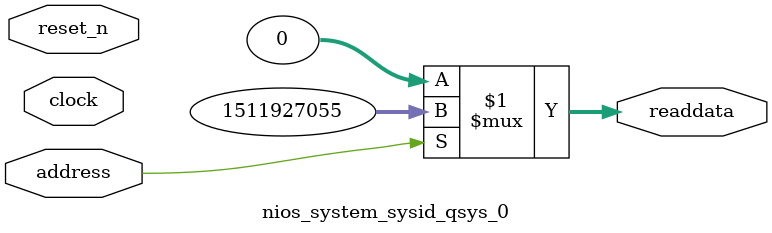
<source format=v>

`timescale 1ns / 1ps
// synthesis translate_on

// turn off superfluous verilog processor warnings 
// altera message_level Level1 
// altera message_off 10034 10035 10036 10037 10230 10240 10030 

module nios_system_sysid_qsys_0 (
               // inputs:
                address,
                clock,
                reset_n,

               // outputs:
                readdata
             )
;

  output  [ 31: 0] readdata;
  input            address;
  input            clock;
  input            reset_n;

  wire    [ 31: 0] readdata;
  //control_slave, which is an e_avalon_slave
  assign readdata = address ? 1511927055 : 0;

endmodule




</source>
